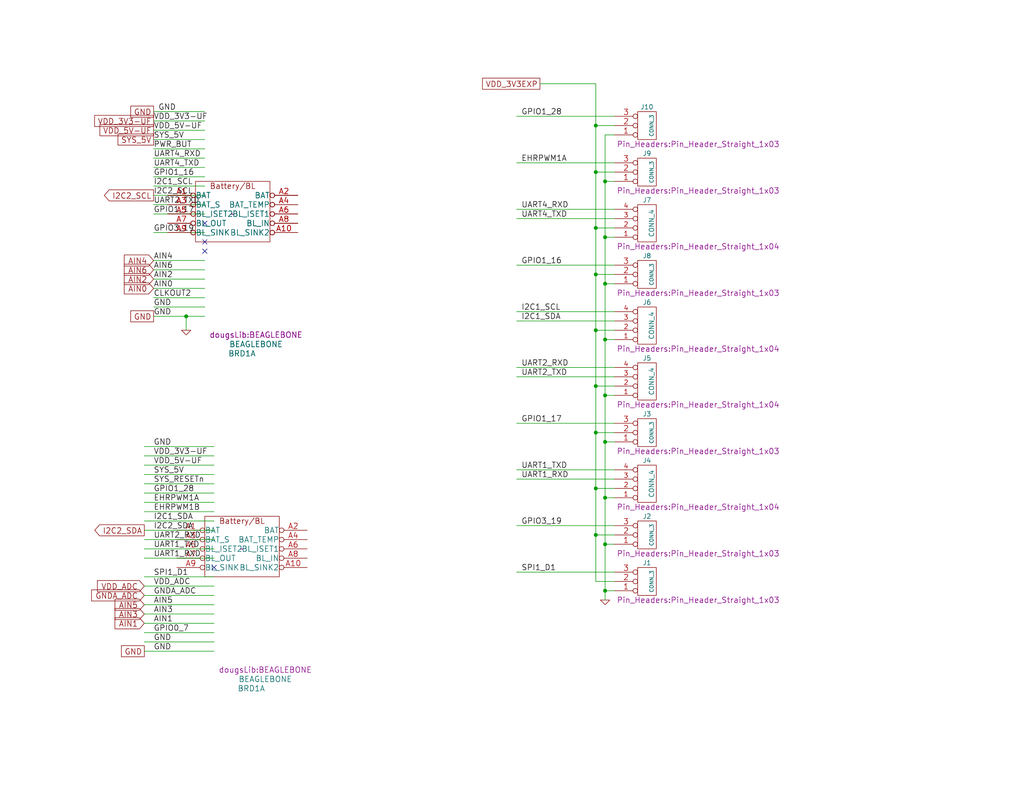
<source format=kicad_sch>
(kicad_sch (version 20211123) (generator eeschema)
  (paper "A")
  (title_block (title "BeagleBone Cape Baseline") (date "24 feb 2015") (rev "X4") (company "Doug Gilliland <doug@douglasgilliland.com>") (comment 1 "https://github.com/douggilliland/"))
  (lib_symbols
    (symbol "BBB-GVS-4-rescue:BEAGLEBONE" (pin_names (offset 0.0254))
      (property "Reference" "U" (at 2.54 -33.02 0))
      (property "Value" "BEAGLEBONE" (at 7.62 -35.56 0))
      (symbol "BEAGLEBONE_1_1"
        (rectangle (start -10.16 8.89) (end 10.16 -7.62))
        (text "Battery/BL" (at 0 7.62 0) (effects (font (size 1.524 1.524))))
        (pin passive inverted (at -17.78 5.08 0) (length 7.62) (name "BAT") (number "A1"))
        (pin passive inverted (at 17.78 -5.08 180) (length 7.62) (name "BL_SINK2") (number "A10"))
        (pin passive inverted (at 17.78 5.08 180) (length 7.62) (name "BAT") (number "A2"))
        (pin passive inverted (at -17.78 2.54 0) (length 7.62) (name "BAT_S") (number "A3"))
        (pin passive inverted (at 17.78 2.54 180) (length 7.62) (name "BAT_TEMP") (number "A4"))
        (pin passive inverted (at -17.78 0 0) (length 7.62) (name "BL_ISET2") (number "A5"))
        (pin passive inverted (at 17.78 0 180) (length 7.62) (name "BL_ISET1") (number "A6"))
        (pin passive inverted (at -17.78 -2.54 0) (length 7.62) (name "BL_OUT") (number "A7"))
        (pin passive inverted (at 17.78 -2.54 180) (length 7.62) (name "BL_IN") (number "A8"))
        (pin passive inverted (at -17.78 -5.08 0) (length 7.62) (name "BL_SINK") (number "A9"))
      )
      (symbol "BEAGLEBONE_2_1"
        (polyline (pts (xy 1.27 30.48) (xy 12.7 30.48)))
        (polyline (pts (xy 1.27 30.48) (xy 0 30.48) (xy 0 -31.75) (xy 12.7 -31.75)))
        (text "P8/A" (at 2.54 31.75 0) (effects (font (size 1.524 1.524))))
        (pin power_out line (at -7.62 29.21 0) (length 7.62) (name "DGND") (number "B1"))
        (pin bidirectional line (at -7.62 16.51 0) (length 7.62) (name "GPIO1_13") (number "B11"))
        (pin bidirectional line (at -7.62 13.97 0) (length 7.62) (name "EHRPWM2B") (number "B13"))
        (pin bidirectional line (at -7.62 11.43 0) (length 7.62) (name "GPIO1_15") (number "B15"))
        (pin bidirectional line (at -7.62 8.89 0) (length 7.62) (name "GPIO0_27") (number "B17"))
        (pin bidirectional line (at -7.62 6.35 0) (length 7.62) (name "EHRPWM2A") (number "B19"))
        (pin bidirectional line (at -7.62 3.81 0) (length 7.62) (name "GPIO1_30") (number "B21"))
        (pin bidirectional line (at -7.62 1.27 0) (length 7.62) (name "GPIO1_4") (number "B23"))
        (pin bidirectional line (at -7.62 -1.27 0) (length 7.62) (name "GPIO1_0") (number "B25"))
        (pin bidirectional line (at -7.62 -3.81 0) (length 7.62) (name "GPIO2_22") (number "B27"))
        (pin bidirectional line (at -7.62 -6.35 0) (length 7.62) (name "GPIO2_23") (number "B29"))
        (pin bidirectional line (at -7.62 26.67 0) (length 7.62) (name "GPIO1_6") (number "B3"))
        (pin bidirectional line (at -7.62 -8.89 0) (length 7.62) (name "UART5_CTSN") (number "B31"))
        (pin bidirectional line (at -7.62 -11.43 0) (length 7.62) (name "UART4_RTSN") (number "B33"))
        (pin bidirectional line (at -7.62 -13.97 0) (length 7.62) (name "UART4_CTSN") (number "B35"))
        (pin bidirectional line (at -7.62 -16.51 0) (length 7.62) (name "UART5_TXD") (number "B37"))
        (pin bidirectional line (at -7.62 -19.05 0) (length 7.62) (name "GPIO2_12") (number "B39"))
        (pin bidirectional line (at -7.62 -21.59 0) (length 7.62) (name "GPIO2_10") (number "B41"))
        (pin bidirectional line (at -7.62 -24.13 0) (length 7.62) (name "GPIO2_8") (number "B43"))
        (pin bidirectional line (at -7.62 -26.67 0) (length 7.62) (name "GPIO2_6") (number "B45"))
        (pin bidirectional line (at -7.62 24.13 0) (length 7.62) (name "GPIO1_2") (number "B5"))
        (pin bidirectional line (at -7.62 21.59 0) (length 7.62) (name "TIMER4") (number "B7"))
        (pin bidirectional line (at -7.62 19.05 0) (length 7.62) (name "TIMER5") (number "B9"))
      )
      (symbol "BEAGLEBONE_3_1"
        (polyline (pts (xy 15.24 -30.48) (xy 0 -30.48) (xy 0 30.48) (xy 15.24 30.48)))
        (text "P8/B" (at 3.81 31.75 0) (effects (font (size 1.524 1.524))))
        (pin bidirectional line (at -7.62 17.78 0) (length 7.62) (name "TIMER6") (number "B10"))
        (pin bidirectional line (at -7.62 15.24 0) (length 7.62) (name "GPIO1_12") (number "B12"))
        (pin bidirectional line (at -7.62 12.7 0) (length 7.62) (name "GPIO0_26") (number "B14"))
        (pin bidirectional line (at -7.62 10.16 0) (length 7.62) (name "GPIO1_14") (number "B16"))
        (pin bidirectional line (at -7.62 7.62 0) (length 7.62) (name "GPIO2_1") (number "B18"))
        (pin power_out line (at -7.62 27.94 0) (length 7.62) (name "DGND") (number "B2"))
        (pin bidirectional line (at -7.62 5.08 0) (length 7.62) (name "GPIO1_31") (number "B20"))
        (pin bidirectional line (at -7.62 2.54 0) (length 7.62) (name "GPIO1_5") (number "B22"))
        (pin bidirectional line (at -7.62 0 0) (length 7.62) (name "GPIO1_1") (number "B24"))
        (pin bidirectional line (at -7.62 -2.54 0) (length 7.62) (name "GPIO1_29") (number "B26"))
        (pin bidirectional line (at -7.62 -5.08 0) (length 7.62) (name "GPIO2_24") (number "B28"))
        (pin bidirectional line (at -7.62 -7.62 0) (length 7.62) (name "GPIO2_25") (number "B30"))
        (pin bidirectional line (at -7.62 -10.16 0) (length 7.62) (name "UART5_RTSN") (number "B32"))
        (pin bidirectional line (at -7.62 -12.7 0) (length 7.62) (name "UART3_RTSN") (number "B34"))
        (pin bidirectional line (at -7.62 -15.24 0) (length 7.62) (name "UART3_CTSN") (number "B36"))
        (pin bidirectional line (at -7.62 -17.78 0) (length 7.62) (name "UART5_RXD") (number "B38"))
        (pin power_out line (at -7.62 25.4 0) (length 7.62) (name "GPIO1_7") (number "B4"))
        (pin bidirectional line (at -7.62 -20.32 0) (length 7.62) (name "GPIO2_13") (number "B40"))
        (pin bidirectional line (at -7.62 -22.86 0) (length 7.62) (name "GPIO2_11") (number "B42"))
        (pin bidirectional line (at -7.62 -25.4 0) (length 7.62) (name "GPIO2_9") (number "B44"))
        (pin bidirectional line (at -7.62 -27.94 0) (length 7.62) (name "GPIO2_7") (number "B46"))
        (pin power_out line (at -7.62 22.86 0) (length 7.62) (name "GPIO1_3") (number "B6"))
        (pin bidirectional line (at -7.62 20.32 0) (length 7.62) (name "TIMER7") (number "B8"))
      )
      (symbol "BEAGLEBONE_4_0"
        (polyline (pts (xy 13.97 -30.48) (xy 0 -30.48) (xy 0 27.94) (xy 0 30.48) (xy 13.97 30.48)))
      )
      (symbol "BEAGLEBONE_4_1"
        (text "P9/A" (at 3.81 29.21 0) (effects (font (size 1.524 1.524))))
        (pin power_in line (at -7.62 27.94 0) (length 7.62) (name "DGND") (number "C1"))
        (pin bidirectional line (at -7.62 15.24 0) (length 7.62) (name "UART4_RXD") (number "C11"))
        (pin bidirectional line (at -7.62 12.7 0) (length 7.62) (name "UART4_TXD") (number "C13"))
        (pin bidirectional line (at -7.62 10.16 0) (length 7.62) (name "GPIO1_16") (number "C15"))
        (pin bidirectional line (at -7.62 7.62 0) (length 7.62) (name "I2C1_SCL") (number "C17"))
        (pin bidirectional line (at -7.62 5.08 0) (length 7.62) (name "I2C2_SCL") (number "C19"))
        (pin bidirectional line (at -7.62 2.54 0) (length 7.62) (name "UART2_TXD") (number "C21"))
        (pin bidirectional line (at -7.62 0 0) (length 7.62) (name "GPIO1_17") (number "C23"))
        (pin bidirectional line (at -7.62 -2.54 0) (length 7.62) (name "GPIO3_21") (number "C25"))
        (pin bidirectional line (at -7.62 -5.08 0) (length 7.62) (name "GPIO3_19") (number "C27"))
        (pin bidirectional line (at -7.62 -7.62 0) (length 7.62) (name "SPI1_D0") (number "C29"))
        (pin power_out line (at -7.62 25.4 0) (length 7.62) (name "VDD_3V3EXP") (number "C3"))
        (pin bidirectional line (at -7.62 -10.16 0) (length 7.62) (name "SPI1_SCLK") (number "C31"))
        (pin bidirectional line (at -7.62 -12.7 0) (length 7.62) (name "AIN4") (number "C33"))
        (pin bidirectional line (at -7.62 -15.24 0) (length 7.62) (name "AIN6") (number "C35"))
        (pin bidirectional line (at -7.62 -17.78 0) (length 7.62) (name "AIN2") (number "C37"))
        (pin bidirectional line (at -7.62 -20.32 0) (length 7.62) (name "AIN0") (number "C39"))
        (pin bidirectional line (at -7.62 -22.86 0) (length 7.62) (name "CLKOUT2") (number "C41"))
        (pin bidirectional line (at -7.62 -25.4 0) (length 7.62) (name "DGND") (number "C43"))
        (pin bidirectional line (at -7.62 -27.94 0) (length 7.62) (name "DGND") (number "C45"))
        (pin power_out line (at -7.62 22.86 0) (length 7.62) (name "VDD_5V") (number "C5"))
        (pin bidirectional line (at -7.62 20.32 0) (length 7.62) (name "SYS_5V") (number "C7"))
        (pin bidirectional line (at -7.62 17.78 0) (length 7.62) (name "PWR_BUT") (number "C9"))
      )
      (symbol "BEAGLEBONE_5_1"
        (polyline (pts (xy 15.24 30.48) (xy 0 30.48) (xy 0 -30.48) (xy 15.24 -30.48)))
        (text "P9/B" (at 3.81 29.21 0) (effects (font (size 1.524 1.524))))
        (pin bidirectional line (at -7.62 17.78 0) (length 7.62) (name "SYS_RESETn") (number "C10"))
        (pin bidirectional line (at -7.62 15.24 0) (length 7.62) (name "GPIO1_28") (number "C12"))
        (pin bidirectional line (at -7.62 12.7 0) (length 7.62) (name "EHRPWM1A") (number "C14"))
        (pin bidirectional line (at -7.62 10.16 0) (length 7.62) (name "EHRPWM1B") (number "C16"))
        (pin bidirectional line (at -7.62 7.62 0) (length 7.62) (name "I2C1_SDA") (number "C18"))
        (pin power_in line (at -7.62 27.94 0) (length 7.62) (name "DGND") (number "C2"))
        (pin bidirectional line (at -7.62 5.08 0) (length 7.62) (name "I2C2_SDA") (number "C20"))
        (pin bidirectional line (at -7.62 2.54 0) (length 7.62) (name "UART2_RXD") (number "C22"))
        (pin bidirectional line (at -7.62 0 0) (length 7.62) (name "UART1_TXD") (number "C24"))
        (pin bidirectional line (at -7.62 -2.54 0) (length 7.62) (name "UART1_RXD") (number "C26"))
        (pin bidirectional line (at -7.62 -5.08 0) (length 7.62) (name "SPI1_CS0") (number "C28"))
        (pin bidirectional line (at -7.62 -7.62 0) (length 7.62) (name "SPI1_D1") (number "C30"))
        (pin power_out line (at -7.62 -10.16 0) (length 7.62) (name "VDD_ADC") (number "C32"))
        (pin power_out line (at -7.62 -12.7 0) (length 7.62) (name "GNDA_ADC") (number "C34"))
        (pin bidirectional line (at -7.62 -15.24 0) (length 7.62) (name "AIN5") (number "C36"))
        (pin bidirectional line (at -7.62 -17.78 0) (length 7.62) (name "AIN3") (number "C38"))
        (pin power_out line (at -7.62 25.4 0) (length 7.62) (name "VDD_3V3EXP") (number "C4"))
        (pin bidirectional line (at -7.62 -20.32 0) (length 7.62) (name "AIN1") (number "C40"))
        (pin power_out line (at -7.62 -22.86 0) (length 7.62) (name "GPIO0_7") (number "C42"))
        (pin bidirectional line (at -7.62 -25.4 0) (length 7.62) (name "DGND") (number "C44"))
        (pin bidirectional line (at -7.62 -27.94 0) (length 7.62) (name "DGND") (number "C46"))
        (pin power_out line (at -7.62 22.86 0) (length 7.62) (name "VDD_5V") (number "C6"))
        (pin bidirectional line (at -7.62 20.32 0) (length 7.62) (name "SYS_5V") (number "C8"))
      )
    )
    (symbol "BBB-GVS-4-rescue:CONN_3" (pin_names (offset 1.016) hide)
      (property "Reference" "K" (at -1.27 0 90))
      (property "Value" "CONN_3" (at 1.27 0 90))
      (symbol "CONN_3_0_1"
        (rectangle (start -2.54 3.81) (end 2.54 -3.81))
      )
      (symbol "CONN_3_1_1"
        (pin passive inverted (at -8.89 2.54 0) (length 6.35) (name "P1") (number "1"))
        (pin passive inverted (at -8.89 0 0) (length 6.35) (name "PM") (number "2"))
        (pin passive inverted (at -8.89 -2.54 0) (length 6.35) (name "P3") (number "3"))
      )
    )
    (symbol "BBB-GVS-4-rescue:CONN_4" (pin_names (offset 1.016) hide)
      (property "Reference" "P" (at -1.27 0 90))
      (property "Value" "CONN_4" (at 1.27 0 90))
      (symbol "CONN_4_0_1"
        (rectangle (start -2.54 5.08) (end 2.54 -5.08))
      )
      (symbol "CONN_4_1_1"
        (pin passive inverted (at -8.89 3.81 0) (length 6.35) (name "P1") (number "1"))
        (pin passive inverted (at -8.89 1.27 0) (length 6.35) (name "P2") (number "2"))
        (pin passive inverted (at -8.89 -1.27 0) (length 6.35) (name "P3") (number "3"))
        (pin passive inverted (at -8.89 -3.81 0) (length 6.35) (name "P4") (number "4"))
      )
    )
    (symbol "BBB-GVS-4-rescue:GND-RESCUE-BBB-GVS-3" (power) (pin_names (offset 0))
      (symbol "GND-RESCUE-BBB-GVS-3_0_1"
        (polyline (pts (xy -1.27 0) (xy 0 -1.27) (xy 1.27 0) (xy -1.27 0)))
      )
      (symbol "GND-RESCUE-BBB-GVS-3_1_1"
        (pin power_in line (at 0 0 90) (length 0) hide (name "GND") (number "1"))
      )
    )
  )
  (junction (at 165.1 120.65))
  (junction (at 165.1 135.89))
  (junction (at 162.56 133.35))
  (junction (at 162.56 62.23))
  (junction (at 165.1 92.71))
  (junction (at 162.56 105.41))
  (junction (at 165.1 77.47))
  (junction (at 165.1 107.95))
  (junction (at 162.56 34.29))
  (junction (at 165.1 64.77))
  (junction (at 162.56 74.93))
  (junction (at 162.56 46.99))
  (junction (at 50.8 86.36))
  (junction (at 165.1 49.53))
  (junction (at 165.1 148.59))
  (junction (at 165.1 161.29))
  (junction (at 162.56 146.05))
  (junction (at 162.56 90.17))
  (junction (at 162.56 118.11))
  (no_connect (at 55.88 60.96))
  (no_connect (at 55.88 66.04))
  (no_connect (at 55.88 68.58))
  (no_connect (at 58.42 154.94))
  (wire (pts (xy 58.42 139.7) (xy 39.37 139.7)))
  (wire (pts (xy 167.64 161.29) (xy 165.1 161.29)))
  (wire (pts (xy 167.64 120.65) (xy 165.1 120.65)))
  (wire (pts (xy 165.1 64.77) (xy 165.1 77.47)))
  (wire (pts (xy 58.42 170.18) (xy 39.37 170.18)))
  (wire (pts (xy 162.56 46.99) (xy 167.64 46.99)))
  (wire (pts (xy 165.1 36.83) (xy 165.1 49.53)))
  (wire (pts (xy 167.64 148.59) (xy 165.1 148.59)))
  (wire (pts (xy 167.64 34.29) (xy 162.56 34.29)))
  (wire (pts (xy 58.42 129.54) (xy 39.37 129.54)))
  (wire (pts (xy 162.56 90.17) (xy 167.64 90.17)))
  (wire (pts (xy 58.42 167.64) (xy 39.37 167.64)))
  (wire (pts (xy 167.64 49.53) (xy 165.1 49.53)))
  (wire (pts (xy 55.88 38.1) (xy 41.91 38.1)))
  (wire (pts (xy 58.42 165.1) (xy 39.37 165.1)))
  (wire (pts (xy 58.42 152.4) (xy 39.37 152.4)))
  (wire (pts (xy 55.88 50.8) (xy 41.91 50.8)))
  (wire (pts (xy 58.42 157.48) (xy 39.37 157.48)))
  (wire (pts (xy 162.56 146.05) (xy 167.64 146.05)))
  (wire (pts (xy 55.88 58.42) (xy 41.91 58.42)))
  (wire (pts (xy 162.56 118.11) (xy 162.56 133.35)))
  (wire (pts (xy 165.1 161.29) (xy 165.1 163.83)))
  (wire (pts (xy 55.88 33.02) (xy 41.91 33.02)))
  (wire (pts (xy 55.88 78.74) (xy 41.91 78.74)))
  (wire (pts (xy 162.56 62.23) (xy 167.64 62.23)))
  (wire (pts (xy 165.1 120.65) (xy 165.1 135.89)))
  (wire (pts (xy 55.88 48.26) (xy 41.91 48.26)))
  (wire (pts (xy 58.42 144.78) (xy 39.37 144.78)))
  (wire (pts (xy 55.88 40.64) (xy 41.91 40.64)))
  (wire (pts (xy 162.56 118.11) (xy 167.64 118.11)))
  (wire (pts (xy 162.56 105.41) (xy 167.64 105.41)))
  (wire (pts (xy 167.64 130.81) (xy 140.97 130.81)))
  (wire (pts (xy 58.42 142.24) (xy 39.37 142.24)))
  (wire (pts (xy 167.64 59.69) (xy 140.97 59.69)))
  (wire (pts (xy 167.64 115.57) (xy 140.97 115.57)))
  (wire (pts (xy 165.1 148.59) (xy 165.1 161.29)))
  (wire (pts (xy 162.56 158.75) (xy 167.64 158.75)))
  (wire (pts (xy 165.1 77.47) (xy 165.1 92.71)))
  (wire (pts (xy 167.64 77.47) (xy 165.1 77.47)))
  (wire (pts (xy 162.56 74.93) (xy 162.56 90.17)))
  (wire (pts (xy 167.64 135.89) (xy 165.1 135.89)))
  (wire (pts (xy 162.56 90.17) (xy 162.56 105.41)))
  (wire (pts (xy 58.42 175.26) (xy 39.37 175.26)))
  (wire (pts (xy 55.88 76.2) (xy 41.91 76.2)))
  (wire (pts (xy 162.56 46.99) (xy 162.56 62.23)))
  (wire (pts (xy 55.88 73.66) (xy 41.91 73.66)))
  (wire (pts (xy 58.42 177.8) (xy 39.37 177.8)))
  (wire (pts (xy 55.88 83.82) (xy 41.91 83.82)))
  (wire (pts (xy 162.56 133.35) (xy 162.56 146.05)))
  (wire (pts (xy 167.64 102.87) (xy 140.97 102.87)))
  (wire (pts (xy 167.64 72.39) (xy 140.97 72.39)))
  (wire (pts (xy 165.1 107.95) (xy 165.1 120.65)))
  (wire (pts (xy 162.56 34.29) (xy 162.56 46.99)))
  (wire (pts (xy 58.42 137.16) (xy 39.37 137.16)))
  (wire (pts (xy 167.64 100.33) (xy 140.97 100.33)))
  (wire (pts (xy 58.42 134.62) (xy 39.37 134.62)))
  (wire (pts (xy 58.42 124.46) (xy 39.37 124.46)))
  (wire (pts (xy 167.64 36.83) (xy 165.1 36.83)))
  (wire (pts (xy 55.88 35.56) (xy 41.91 35.56)))
  (wire (pts (xy 167.64 87.63) (xy 140.97 87.63)))
  (wire (pts (xy 58.42 172.72) (xy 39.37 172.72)))
  (wire (pts (xy 162.56 105.41) (xy 162.56 118.11)))
  (wire (pts (xy 162.56 22.86) (xy 162.56 34.29)))
  (wire (pts (xy 58.42 162.56) (xy 39.37 162.56)))
  (wire (pts (xy 50.8 86.36) (xy 55.88 86.36)))
  (wire (pts (xy 167.64 107.95) (xy 165.1 107.95)))
  (wire (pts (xy 58.42 160.02) (xy 39.37 160.02)))
  (wire (pts (xy 167.64 92.71) (xy 165.1 92.71)))
  (wire (pts (xy 167.64 64.77) (xy 165.1 64.77)))
  (wire (pts (xy 167.64 85.09) (xy 140.97 85.09)))
  (wire (pts (xy 162.56 74.93) (xy 167.64 74.93)))
  (wire (pts (xy 58.42 132.08) (xy 39.37 132.08)))
  (wire (pts (xy 167.64 31.75) (xy 140.97 31.75)))
  (wire (pts (xy 55.88 45.72) (xy 41.91 45.72)))
  (wire (pts (xy 55.88 30.48) (xy 41.91 30.48)))
  (wire (pts (xy 50.8 86.36) (xy 50.8 90.17)))
  (wire (pts (xy 55.88 55.88) (xy 41.91 55.88)))
  (wire (pts (xy 147.32 22.86) (xy 162.56 22.86)))
  (wire (pts (xy 55.88 53.34) (xy 41.91 53.34)))
  (wire (pts (xy 39.37 121.92) (xy 58.42 121.92)))
  (wire (pts (xy 162.56 133.35) (xy 167.64 133.35)))
  (wire (pts (xy 58.42 127) (xy 39.37 127)))
  (wire (pts (xy 55.88 71.12) (xy 41.91 71.12)))
  (wire (pts (xy 55.88 43.18) (xy 41.91 43.18)))
  (wire (pts (xy 165.1 92.71) (xy 165.1 107.95)))
  (wire (pts (xy 167.64 156.21) (xy 140.97 156.21)))
  (wire (pts (xy 55.88 63.5) (xy 41.91 63.5)))
  (wire (pts (xy 58.42 149.86) (xy 39.37 149.86)))
  (wire (pts (xy 162.56 62.23) (xy 162.56 74.93)))
  (wire (pts (xy 162.56 146.05) (xy 162.56 158.75)))
  (wire (pts (xy 41.91 86.36) (xy 50.8 86.36)))
  (wire (pts (xy 167.64 44.45) (xy 140.97 44.45)))
  (wire (pts (xy 58.42 147.32) (xy 39.37 147.32)))
  (wire (pts (xy 55.88 81.28) (xy 41.91 81.28)))
  (wire (pts (xy 165.1 135.89) (xy 165.1 148.59)))
  (wire (pts (xy 167.64 128.27) (xy 140.97 128.27)))
  (wire (pts (xy 165.1 49.53) (xy 165.1 64.77)))
  (wire (pts (xy 167.64 57.15) (xy 140.97 57.15)))
  (wire (pts (xy 167.64 143.51) (xy 140.97 143.51)))
  (label "GPIO1_16" (at 142.24 72.39 0) (effects (font (size 1.524 1.524))))
  (label "I2C1_SDA" (at 41.91 142.24 0) (effects (font (size 1.524 1.524))))
  (label "GND" (at 43.18 30.48 0) (effects (font (size 1.524 1.524))))
  (label "AIN5" (at 41.91 165.1 0) (effects (font (size 1.524 1.524))))
  (label "UART1_TXD" (at 41.91 149.86 0) (effects (font (size 1.524 1.524))))
  (label "PWR_BUT" (at 41.91 40.64 0) (effects (font (size 1.524 1.524))))
  (label "EHRPWM1A" (at 142.24 44.45 0) (effects (font (size 1.524 1.524))))
  (label "GNDA_ADC" (at 41.91 162.56 0) (effects (font (size 1.524 1.524))))
  (label "I2C1_SCL" (at 41.91 50.8 0) (effects (font (size 1.524 1.524))))
  (label "GPIO1_17" (at 41.91 58.42 0) (effects (font (size 1.524 1.524))))
  (label "UART2_RXD" (at 41.91 147.32 0) (effects (font (size 1.524 1.524))))
  (label "AIN6" (at 41.91 73.66 0) (effects (font (size 1.524 1.524))))
  (label "AIN2" (at 41.91 76.2 0) (effects (font (size 1.524 1.524))))
  (label "AIN1" (at 41.91 170.18 0) (effects (font (size 1.524 1.524))))
  (label "SYS_5V" (at 41.91 129.54 0) (effects (font (size 1.524 1.524))))
  (label "UART2_TXD" (at 142.24 102.87 0) (effects (font (size 1.524 1.524))))
  (label "SPI1_D1" (at 41.91 157.48 0) (effects (font (size 1.524 1.524))))
  (label "AIN4" (at 41.91 71.12 0) (effects (font (size 1.524 1.524))))
  (label "GPIO1_16" (at 41.91 48.26 0) (effects (font (size 1.524 1.524))))
  (label "GPIO1_17" (at 142.24 115.57 0) (effects (font (size 1.524 1.524))))
  (label "I2C2_SDA" (at 41.91 144.78 0) (effects (font (size 1.524 1.524))))
  (label "GND" (at 41.91 83.82 0) (effects (font (size 1.524 1.524))))
  (label "CLKOUT2" (at 41.91 81.28 0) (effects (font (size 1.524 1.524))))
  (label "GPIO1_28" (at 41.91 134.62 0) (effects (font (size 1.524 1.524))))
  (label "GPIO3_19" (at 142.24 143.51 0) (effects (font (size 1.524 1.524))))
  (label "EHRPWM1B" (at 41.91 139.7 0) (effects (font (size 1.524 1.524))))
  (label "I2C1_SCL" (at 142.24 85.09 0) (effects (font (size 1.524 1.524))))
  (label "VDD_5V-UF" (at 41.91 127 0) (effects (font (size 1.524 1.524))))
  (label "UART4_RXD" (at 142.24 57.15 0) (effects (font (size 1.524 1.524))))
  (label "EHRPWM1A" (at 41.91 137.16 0) (effects (font (size 1.524 1.524))))
  (label "UART4_RXD" (at 41.91 43.18 0) (effects (font (size 1.524 1.524))))
  (label "VDD_5V-UF" (at 41.91 35.56 0) (effects (font (size 1.524 1.524))))
  (label "SYS_RESETn" (at 41.91 132.08 0) (effects (font (size 1.524 1.524))))
  (label "VDD_3V3-UF" (at 41.91 124.46 0) (effects (font (size 1.524 1.524))))
  (label "VDD_ADC" (at 41.91 160.02 0) (effects (font (size 1.524 1.524))))
  (label "UART2_RXD" (at 142.24 100.33 0) (effects (font (size 1.524 1.524))))
  (label "UART4_TXD" (at 41.91 45.72 0) (effects (font (size 1.524 1.524))))
  (label "AIN0" (at 41.91 78.74 0) (effects (font (size 1.524 1.524))))
  (label "SYS_5V" (at 41.91 38.1 0) (effects (font (size 1.524 1.524))))
  (label "GND" (at 41.91 86.36 0) (effects (font (size 1.524 1.524))))
  (label "GND" (at 41.91 121.92 0) (effects (font (size 1.524 1.524))))
  (label "GND" (at 41.91 175.26 0) (effects (font (size 1.524 1.524))))
  (label "SPI1_D1" (at 142.24 156.21 0) (effects (font (size 1.524 1.524))))
  (label "UART1_RXD" (at 142.24 130.81 0) (effects (font (size 1.524 1.524))))
  (label "VDD_3V3-UF" (at 41.91 33.02 0) (effects (font (size 1.524 1.524))))
  (label "GPIO3_19" (at 41.91 63.5 0) (effects (font (size 1.524 1.524))))
  (label "I2C2_SCL" (at 41.91 53.34 0) (effects (font (size 1.524 1.524))))
  (label "I2C1_SDA" (at 142.24 87.63 0) (effects (font (size 1.524 1.524))))
  (label "UART1_TXD" (at 142.24 128.27 0) (effects (font (size 1.524 1.524))))
  (label "GPIO0_7" (at 41.91 172.72 0) (effects (font (size 1.524 1.524))))
  (label "GPIO1_28" (at 142.24 31.75 0) (effects (font (size 1.524 1.524))))
  (label "UART4_TXD" (at 142.24 59.69 0) (effects (font (size 1.524 1.524))))
  (label "UART1_RXD" (at 41.91 152.4 0) (effects (font (size 1.524 1.524))))
  (label "GND" (at 41.91 177.8 0) (effects (font (size 1.524 1.524))))
  (label "UART2_TXD" (at 41.91 55.88 0) (effects (font (size 1.524 1.524))))
  (label "AIN3" (at 41.91 167.64 0) (effects (font (size 1.524 1.524))))
  (global_label "GND" (shape passive) (at 39.37 177.8 180) (effects (font (size 1.524 1.524))) (property "Intersheet References" "${INTERSHEET_REFS}" (effects hide)))
  (global_label "AIN5" (shape input) (at 39.37 165.1 180) (effects (font (size 1.524 1.524))) (property "Intersheet References" "${INTERSHEET_REFS}" (effects hide)))
  (global_label "AIN1" (shape input) (at 39.37 170.18 180) (effects (font (size 1.524 1.524))) (property "Intersheet References" "${INTERSHEET_REFS}" (effects hide)))
  (global_label "VDD_3V3EXP" (shape passive) (at 147.32 22.86 180) (effects (font (size 1.524 1.524))) (property "Intersheet References" "${INTERSHEET_REFS}" (effects hide)))
  (global_label "AIN2" (shape input) (at 41.91 76.2 180) (effects (font (size 1.524 1.524))) (property "Intersheet References" "${INTERSHEET_REFS}" (effects hide)))
  (global_label "AIN4" (shape input) (at 41.91 71.12 180) (effects (font (size 1.524 1.524))) (property "Intersheet References" "${INTERSHEET_REFS}" (effects hide)))
  (global_label "AIN0" (shape input) (at 41.91 78.74 180) (effects (font (size 1.524 1.524))) (property "Intersheet References" "${INTERSHEET_REFS}" (effects hide)))
  (global_label "AIN6" (shape input) (at 41.91 73.66 180) (effects (font (size 1.524 1.524))) (property "Intersheet References" "${INTERSHEET_REFS}" (effects hide)))
  (global_label "VDD_5V-UF" (shape passive) (at 41.91 35.56 180) (effects (font (size 1.524 1.524))) (property "Intersheet References" "${INTERSHEET_REFS}" (effects hide)))
  (global_label "I2C2_SDA" (shape output) (at 39.37 144.78 180) (effects (font (size 1.524 1.524))) (property "Intersheet References" "${INTERSHEET_REFS}" (effects hide)))
  (global_label "VDD_ADC" (shape input) (at 39.37 160.02 180) (effects (font (size 1.524 1.524))) (property "Intersheet References" "${INTERSHEET_REFS}" (effects hide)))
  (global_label "SYS_5V" (shape passive) (at 41.91 38.1 180) (effects (font (size 1.524 1.524))) (property "Intersheet References" "${INTERSHEET_REFS}" (effects hide)))
  (global_label "GND" (shape passive) (at 41.91 30.48 180) (effects (font (size 1.524 1.524))) (property "Intersheet References" "${INTERSHEET_REFS}" (effects hide)))
  (global_label "GND" (shape passive) (at 41.91 86.36 180) (effects (font (size 1.524 1.524))) (property "Intersheet References" "${INTERSHEET_REFS}" (effects hide)))
  (global_label "GNDA_ADC" (shape input) (at 39.37 162.56 180) (effects (font (size 1.524 1.524))) (property "Intersheet References" "${INTERSHEET_REFS}" (effects hide)))
  (global_label "I2C2_SCL" (shape output) (at 41.91 53.34 180) (effects (font (size 1.524 1.524))) (property "Intersheet References" "${INTERSHEET_REFS}" (effects hide)))
  (global_label "VDD_3V3-UF" (shape passive) (at 41.91 33.02 180) (effects (font (size 1.524 1.524))) (property "Intersheet References" "${INTERSHEET_REFS}" (effects hide)))
  (global_label "AIN3" (shape input) (at 39.37 167.64 180) (effects (font (size 1.524 1.524))) (property "Intersheet References" "${INTERSHEET_REFS}" (effects hide)))
  (symbol (lib_id "BBB-GVS-4-rescue:BEAGLEBONE") (at 63.5 58.42 0)
    (property "Reference" "BRD1" (at 66.04 96.52 0) (effects (font (size 1.524 1.524))))
    (property "Value" "BEAGLEBONE" (at 69.85 93.98 0) (effects (font (size 1.524 1.524))))
    (property "Footprint" "dougsLib:BEAGLEBONE" (at 69.85 91.44 0) (effects (font (size 1.524 1.524))))
    (property "Datasheet" "~" (at 63.5 58.42 0) (effects (font (size 1.524 1.524))))
  )
  (symbol (lib_id "BBB-GVS-4-rescue:BEAGLEBONE") (at 66.04 149.86 0)
    (property "Reference" "BRD1" (at 68.58 187.96 0) (effects (font (size 1.524 1.524))))
    (property "Value" "BEAGLEBONE" (at 72.39 185.42 0) (effects (font (size 1.524 1.524))))
    (property "Footprint" "dougsLib:BEAGLEBONE" (at 72.39 182.88 0) (effects (font (size 1.524 1.524))))
    (property "Datasheet" "~" (at 66.04 149.86 0) (effects (font (size 1.524 1.524))))
  )
  (symbol (lib_id "BBB-GVS-4-rescue:CONN_3") (at 176.53 74.93 0) (mirror x) (unit 1)
    (property "Reference" "J8" (at 176.53 69.85 0))
    (property "Value" "CONN_3" (at 177.8 74.93 90) (effects (font (size 1.016 1.016))))
    (property "Footprint" "Pin_Headers:Pin_Header_Straight_1x03" (at 190.5 80.01 0) (effects (font (size 1.524 1.524))))
  )
  (symbol (lib_id "BBB-GVS-4-rescue:CONN_3") (at 176.53 118.11 0) (mirror x) (unit 1)
    (property "Reference" "J3" (at 176.53 113.03 0))
    (property "Value" "CONN_3" (at 177.8 118.11 90) (effects (font (size 1.016 1.016))))
    (property "Footprint" "Pin_Headers:Pin_Header_Straight_1x03" (at 190.5 123.19 0) (effects (font (size 1.524 1.524))))
  )
  (symbol (lib_id "BBB-GVS-4-rescue:CONN_4") (at 176.53 60.96 0) (mirror x) (unit 1)
    (property "Reference" "J7" (at 176.53 54.61 0))
    (property "Value" "CONN_4" (at 177.8 60.96 90))
    (property "Footprint" "Pin_Headers:Pin_Header_Straight_1x04" (at 190.5 67.31 0) (effects (font (size 1.524 1.524))))
  )
  (symbol (lib_id "BBB-GVS-4-rescue:CONN_4") (at 176.53 88.9 0) (mirror x) (unit 1)
    (property "Reference" "J6" (at 176.53 82.55 0))
    (property "Value" "CONN_4" (at 177.8 88.9 90))
    (property "Footprint" "Pin_Headers:Pin_Header_Straight_1x04" (at 190.5 95.25 0) (effects (font (size 1.524 1.524))))
  )
  (symbol (lib_id "BBB-GVS-4-rescue:CONN_4") (at 176.53 104.14 0) (mirror x) (unit 1)
    (property "Reference" "J5" (at 176.53 97.79 0))
    (property "Value" "CONN_4" (at 177.8 104.14 90))
    (property "Footprint" "Pin_Headers:Pin_Header_Straight_1x04" (at 190.5 110.49 0) (effects (font (size 1.524 1.524))))
  )
  (symbol (lib_id "BBB-GVS-4-rescue:CONN_3") (at 176.53 146.05 0) (mirror x) (unit 1)
    (property "Reference" "J2" (at 176.53 140.97 0))
    (property "Value" "CONN_3" (at 177.8 146.05 90) (effects (font (size 1.016 1.016))))
    (property "Footprint" "Pin_Headers:Pin_Header_Straight_1x03" (at 190.5 151.13 0) (effects (font (size 1.524 1.524))))
  )
  (symbol (lib_id "BBB-GVS-4-rescue:CONN_3") (at 176.53 34.29 0) (mirror x) (unit 1)
    (property "Reference" "J10" (at 176.53 29.21 0))
    (property "Value" "CONN_3" (at 177.8 34.29 90) (effects (font (size 1.016 1.016))))
    (property "Footprint" "Pin_Headers:Pin_Header_Straight_1x03" (at 190.5 39.37 0) (effects (font (size 1.524 1.524))))
  )
  (symbol (lib_id "BBB-GVS-4-rescue:CONN_3") (at 176.53 46.99 0) (mirror x) (unit 1)
    (property "Reference" "J9" (at 176.53 41.91 0))
    (property "Value" "CONN_3" (at 177.8 46.99 90) (effects (font (size 1.016 1.016))))
    (property "Footprint" "Pin_Headers:Pin_Header_Straight_1x03" (at 190.5 52.07 0) (effects (font (size 1.524 1.524))))
  )
  (symbol (lib_id "BBB-GVS-4-rescue:CONN_4") (at 176.53 132.08 0) (mirror x) (unit 1)
    (property "Reference" "J4" (at 176.53 125.73 0))
    (property "Value" "CONN_4" (at 177.8 132.08 90))
    (property "Footprint" "Pin_Headers:Pin_Header_Straight_1x04" (at 190.5 138.43 0) (effects (font (size 1.524 1.524))))
  )
  (symbol (lib_id "BBB-GVS-4-rescue:CONN_3") (at 176.53 158.75 0) (mirror x) (unit 1)
    (property "Reference" "J1" (at 176.53 153.67 0))
    (property "Value" "CONN_3" (at 177.8 158.75 90) (effects (font (size 1.016 1.016))))
    (property "Footprint" "Pin_Headers:Pin_Header_Straight_1x03" (at 190.5 163.83 0) (effects (font (size 1.524 1.524))))
  )
  (symbol (lib_id "BBB-GVS-4-rescue:GND-RESCUE-BBB-GVS-3") (at 165.1 163.83 0) (unit 1)
    (property "Reference" "#PWR08" (effects hide))
    (property "Value" "GND" (effects hide))
  )
  (symbol (lib_id "BBB-GVS-4-rescue:GND-RESCUE-BBB-GVS-3") (at 50.8 90.17 0) (unit 1)
    (property "Reference" "#U07" (effects hide))
  )
)
</source>
